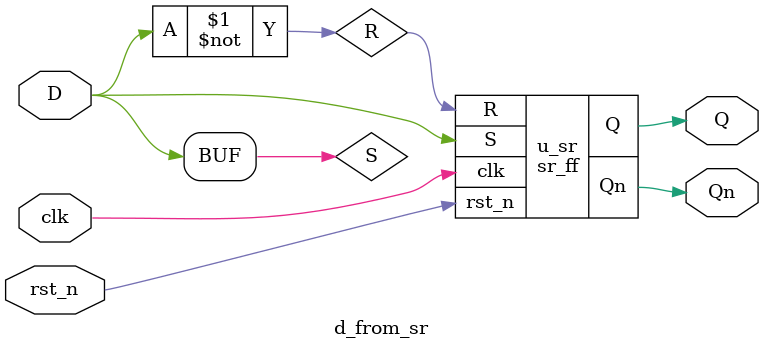
<source format=v>
module sr_ff (
    input  wire S,        // Set
    input  wire R,        // Reset
    input  wire clk,      // Clock
    input  wire rst_n,    // Active-low reset
    output reg  Q,        // Output
    output wire Qn        // Complement
);
    assign Qn = ~Q;

    always @(posedge clk or negedge rst_n) begin
        if (!rst_n)
            Q <= 1'b0;      // Reset output
        else begin
            case ({S, R})
                2'b00: Q <= Q;     // Hold
                2'b01: Q <= 1'b0;  // Reset
                2'b10: Q <= 1'b1;  // Set
                2'b11: Q <= Q;     // Avoid invalid state
            endcase
        end
    end
endmodule
module d_from_sr (
    input  wire D,        // D input
    input  wire clk,
    input  wire rst_n,
    output wire Q,
    output wire Qn
);
    wire S, R;

    // Conversion logic: D → SR
    assign S = D;
    assign R = ~D;

    // SR Flip-Flop instance
    sr_ff u_sr (
        .S(S),
        .R(R),
        .clk(clk),
        .rst_n(rst_n),
        .Q(Q),
        .Qn(Qn)
    );
endmodule

</source>
